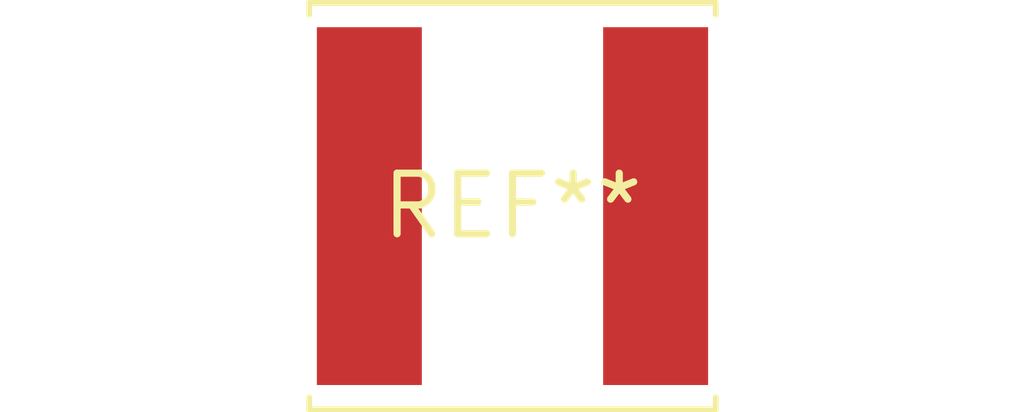
<source format=kicad_pcb>
(kicad_pcb (version 20240108) (generator pcbnew)
  (layers (0 "F.Cu" signal) (31 "B.Cu" signal) (34 "B.Paste" user) (35 "F.Paste" user) (36 "B.SilkS" user "B.Silkscreen") (37 "F.SilkS" user "F.Silkscreen") (38 "B.Mask" user) (39 "F.Mask" user) (44 "Edge.Cuts" user))
  (net 0 "")
  (footprint "L_Sunlord_SWPA8040S" (layer "F.Cu") (at 0 0)
    (property "Reference" "REF**")
    (property "Value" "L_Sunlord_SWPA8040S")
    (fp_line (start -4.26 -4.26) (end -4.26 -4.01) (layer "F.SilkS") (stroke (width 0.12)))
    (fp_line (start -4.26 -4.26) (end 4.26 -4.26) (layer "F.SilkS") (stroke (width 0.12)))
    (fp_line (start -4.26 4.26) (end -4.26 4.01) (layer "F.SilkS") (stroke (width 0.12)))
    (fp_line (start -4.26 4.26) (end 4.26 4.26) (layer "F.SilkS") (stroke (width 0.12)))
    (fp_line (start 4.26 -4.26) (end 4.26 -4.01) (layer "F.SilkS") (stroke (width 0.12)))
    (fp_line (start 4.26 4.26) (end 4.26 4.01) (layer "F.SilkS") (stroke (width 0.12)))
    (pad "1" smd rect (at -3 0) (size 2.2 7.5) (layers "F.Cu" "F.Paste" "F.Mask"))
    (pad "2" smd rect (at 3 0) (size 2.2 7.5) (layers "F.Cu" "F.Paste" "F.Mask"))
  )
)
</source>
